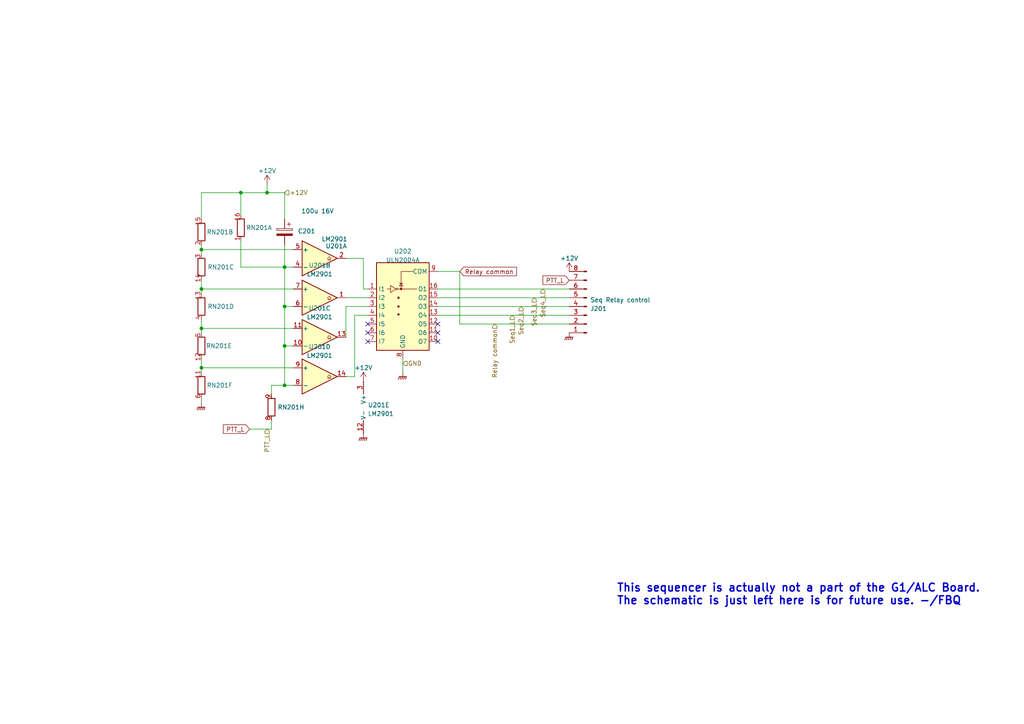
<source format=kicad_sch>
(kicad_sch (version 20231120) (generator "eeschema") (generator_version "8.0")
  (paper "A4")
  (lib_symbols
    (symbol "Comparator:LM2901" (pin_names (offset 0.127))
      (property "Reference" "U" (at 0 5.08 0))
      (property "Value" "LM2901" (at 0 -5.08 0))
      (symbol "LM2901_1_1"
        (polyline (pts (xy -5.08 5.08) (xy 5.08 0) (xy -5.08 -5.08) (xy -5.08 5.08)) (stroke (width 0.254)) (fill (type background)))
        (polyline (pts (xy 3.302 -0.508) (xy 2.794 -0.508) (xy 3.302 0) (xy 2.794 0.508) (xy 2.286 0) (xy 2.794 -0.508) (xy 2.286 -0.508)) (stroke (width 0.127)))
        (pin open_collector line (at 7.62 0 180) (length 2.54) (name "~") (number "2"))
        (pin input line (at -7.62 -2.54 0) (length 2.54) (name "-") (number "4"))
        (pin input line (at -7.62 2.54 0) (length 2.54) (name "+") (number "5"))
      )
      (symbol "LM2901_2_1"
        (polyline (pts (xy -5.08 5.08) (xy 5.08 0) (xy -5.08 -5.08) (xy -5.08 5.08)) (stroke (width 0.254)) (fill (type background)))
        (polyline (pts (xy 3.302 -0.508) (xy 2.794 -0.508) (xy 3.302 0) (xy 2.794 0.508) (xy 2.286 0) (xy 2.794 -0.508) (xy 2.286 -0.508)) (stroke (width 0.127)))
        (pin open_collector line (at 7.62 0 180) (length 2.54) (name "~") (number "1"))
        (pin input line (at -7.62 -2.54 0) (length 2.54) (name "-") (number "6"))
        (pin input line (at -7.62 2.54 0) (length 2.54) (name "+") (number "7"))
      )
      (symbol "LM2901_3_1"
        (polyline (pts (xy -5.08 5.08) (xy 5.08 0) (xy -5.08 -5.08) (xy -5.08 5.08)) (stroke (width 0.254)) (fill (type background)))
        (polyline (pts (xy 3.302 -0.508) (xy 2.794 -0.508) (xy 3.302 0) (xy 2.794 0.508) (xy 2.286 0) (xy 2.794 -0.508) (xy 2.286 -0.508)) (stroke (width 0.127)))
        (pin input line (at -7.62 -2.54 0) (length 2.54) (name "-") (number "10"))
        (pin input line (at -7.62 2.54 0) (length 2.54) (name "+") (number "11"))
        (pin open_collector line (at 7.62 0 180) (length 2.54) (name "~") (number "13"))
      )
      (symbol "LM2901_4_1"
        (polyline (pts (xy -5.08 5.08) (xy 5.08 0) (xy -5.08 -5.08) (xy -5.08 5.08)) (stroke (width 0.254)) (fill (type background)))
        (polyline (pts (xy 3.302 -0.508) (xy 2.794 -0.508) (xy 3.302 0) (xy 2.794 0.508) (xy 2.286 0) (xy 2.794 -0.508) (xy 2.286 -0.508)) (stroke (width 0.127)))
        (pin open_collector line (at 7.62 0 180) (length 2.54) (name "~") (number "14"))
        (pin input line (at -7.62 -2.54 0) (length 2.54) (name "-") (number "8"))
        (pin input line (at -7.62 2.54 0) (length 2.54) (name "+") (number "9"))
      )
      (symbol "LM2901_5_1"
        (pin power_in line (at -2.54 -7.62 90) (length 3.81) (name "V-") (number "12"))
        (pin power_in line (at -2.54 7.62 270) (length 3.81) (name "V+") (number "3"))
      )
    )
    (symbol "Connector:Conn_01x08_Pin" (pin_names (offset 1.016) hide)
      (property "Reference" "J" (at 0 10.16 0))
      (property "Value" "Conn_01x08_Pin" (at 0 -12.7 0))
      (symbol "Conn_01x08_Pin_1_1"
        (polyline (pts (xy 1.27 -10.16) (xy 0.8636 -10.16)) (stroke (width 0.1524)))
        (polyline (pts (xy 1.27 -7.62) (xy 0.8636 -7.62)) (stroke (width 0.1524)))
        (polyline (pts (xy 1.27 -5.08) (xy 0.8636 -5.08)) (stroke (width 0.1524)))
        (polyline (pts (xy 1.27 -2.54) (xy 0.8636 -2.54)) (stroke (width 0.1524)))
        (polyline (pts (xy 1.27 0) (xy 0.8636 0)) (stroke (width 0.1524)))
        (polyline (pts (xy 1.27 2.54) (xy 0.8636 2.54)) (stroke (width 0.1524)))
        (polyline (pts (xy 1.27 5.08) (xy 0.8636 5.08)) (stroke (width 0.1524)))
        (polyline (pts (xy 1.27 7.62) (xy 0.8636 7.62)) (stroke (width 0.1524)))
        (rectangle (start 0.8636 -10.033) (end 0 -10.287) (stroke (width 0.1524)) (fill (type outline)))
        (rectangle (start 0.8636 -7.493) (end 0 -7.747) (stroke (width 0.1524)) (fill (type outline)))
        (rectangle (start 0.8636 -4.953) (end 0 -5.207) (stroke (width 0.1524)) (fill (type outline)))
        (rectangle (start 0.8636 -2.413) (end 0 -2.667) (stroke (width 0.1524)) (fill (type outline)))
        (rectangle (start 0.8636 0.127) (end 0 -0.127) (stroke (width 0.1524)) (fill (type outline)))
        (rectangle (start 0.8636 2.667) (end 0 2.413) (stroke (width 0.1524)) (fill (type outline)))
        (rectangle (start 0.8636 5.207) (end 0 4.953) (stroke (width 0.1524)) (fill (type outline)))
        (rectangle (start 0.8636 7.747) (end 0 7.493) (stroke (width 0.1524)) (fill (type outline)))
        (pin passive line (at 5.08 7.62 180) (length 3.81) (name "Pin_1") (number "1"))
        (pin passive line (at 5.08 5.08 180) (length 3.81) (name "Pin_2") (number "2"))
        (pin passive line (at 5.08 2.54 180) (length 3.81) (name "Pin_3") (number "3"))
        (pin passive line (at 5.08 0 180) (length 3.81) (name "Pin_4") (number "4"))
        (pin passive line (at 5.08 -2.54 180) (length 3.81) (name "Pin_5") (number "5"))
        (pin passive line (at 5.08 -5.08 180) (length 3.81) (name "Pin_6") (number "6"))
        (pin passive line (at 5.08 -7.62 180) (length 3.81) (name "Pin_7") (number "7"))
        (pin passive line (at 5.08 -10.16 180) (length 3.81) (name "Pin_8") (number "8"))
      )
    )
    (symbol "Device:C_Polarized" (pin_numbers hide) (pin_names (offset 0.254))
      (property "Reference" "C" (at 0.635 2.54 0))
      (property "Value" "C_Polarized" (at 0.635 -2.54 0))
      (symbol "C_Polarized_0_1"
        (rectangle (start -2.286 0.508) (end 2.286 1.016))
        (polyline (pts (xy -1.778 2.286) (xy -0.762 2.286)))
        (polyline (pts (xy -1.27 2.794) (xy -1.27 1.778)))
        (rectangle (start 2.286 -0.508) (end -2.286 -1.016) (fill (type outline)))
      )
      (symbol "C_Polarized_1_1"
        (pin passive line (at 0 3.81 270) (length 2.794) (name "~") (number "1"))
        (pin passive line (at 0 -3.81 90) (length 2.794) (name "~") (number "2"))
      )
    )
    (symbol "Device:R_Pack08_Split" (pin_names (offset 0) hide)
      (property "Reference" "RN" (at 2.032 0 90))
      (property "Value" "R_Pack08_Split" (at 0 0 90))
      (symbol "R_Pack08_Split_0_1"
        (rectangle (start 1.016 2.54) (end -1.016 -2.54) (stroke (width 0.254)))
      )
      (symbol "R_Pack08_Split_1_1"
        (pin passive line (at 0 -3.81 90) (length 1.27) (name "R1.1") (number "1"))
        (pin passive line (at 0 3.81 270) (length 1.27) (name "R1.2") (number "16"))
      )
      (symbol "R_Pack08_Split_2_1"
        (pin passive line (at 0 3.81 270) (length 1.27) (name "R2.2") (number "15"))
        (pin passive line (at 0 -3.81 90) (length 1.27) (name "R2.1") (number "2"))
      )
      (symbol "R_Pack08_Split_3_1"
        (pin passive line (at 0 3.81 270) (length 1.27) (name "R3.2") (number "14"))
        (pin passive line (at 0 -3.81 90) (length 1.27) (name "R3.1") (number "3"))
      )
      (symbol "R_Pack08_Split_4_1"
        (pin passive line (at 0 3.81 270) (length 1.27) (name "R4.2") (number "13"))
        (pin passive line (at 0 -3.81 90) (length 1.27) (name "R4.1") (number "4"))
      )
      (symbol "R_Pack08_Split_5_1"
        (pin passive line (at 0 3.81 270) (length 1.27) (name "R5.2") (number "12"))
        (pin passive line (at 0 -3.81 90) (length 1.27) (name "R5.1") (number "5"))
      )
      (symbol "R_Pack08_Split_6_1"
        (pin passive line (at 0 3.81 270) (length 1.27) (name "R6.2") (number "11"))
        (pin passive line (at 0 -3.81 90) (length 1.27) (name "R6.1") (number "6"))
      )
      (symbol "R_Pack08_Split_7_1"
        (pin passive line (at 0 3.81 270) (length 1.27) (name "R7.2") (number "10"))
        (pin passive line (at 0 -3.81 90) (length 1.27) (name "R7.1") (number "7"))
      )
      (symbol "R_Pack08_Split_8_1"
        (pin passive line (at 0 -3.81 90) (length 1.27) (name "R8.1") (number "8"))
        (pin passive line (at 0 3.81 270) (length 1.27) (name "R8.2") (number "9"))
      )
    )
    (symbol "Transistor_Array:ULN2004A"
      (property "Reference" "U" (at 0 15.875 0))
      (property "Value" "ULN2004A" (at 0 13.97 0))
      (symbol "ULN2004A_0_1"
        (rectangle (start -7.62 -12.7) (end 7.62 12.7) (stroke (width 0.254)) (fill (type background)))
        (circle (center -1.778 5.08) (radius 0.254))
        (circle (center -1.27 -2.286) (radius 0.254) (fill (type outline)))
        (circle (center -1.27 0) (radius 0.254) (fill (type outline)))
        (circle (center -1.27 2.54) (radius 0.254) (fill (type outline)))
        (circle (center -0.508 5.08) (radius 0.254) (fill (type outline)))
        (polyline (pts (xy -4.572 5.08) (xy -3.556 5.08)))
        (polyline (pts (xy -1.524 5.08) (xy 4.064 5.08)))
        (polyline (pts (xy 0 6.731) (xy -1.016 6.731)))
        (polyline (pts (xy -0.508 5.08) (xy -0.508 10.16) (xy 2.921 10.16)))
        (polyline (pts (xy -3.556 6.096) (xy -3.556 4.064) (xy -2.032 5.08) (xy -3.556 6.096)))
        (polyline (pts (xy 0 5.969) (xy -1.016 5.969) (xy -0.508 6.731) (xy 0 5.969)))
      )
      (symbol "ULN2004A_1_1"
        (pin input line (at -10.16 5.08 0) (length 2.54) (name "I1") (number "1"))
        (pin open_collector line (at 10.16 -10.16 180) (length 2.54) (name "O7") (number "10"))
        (pin open_collector line (at 10.16 -7.62 180) (length 2.54) (name "O6") (number "11"))
        (pin open_collector line (at 10.16 -5.08 180) (length 2.54) (name "O5") (number "12"))
        (pin open_collector line (at 10.16 -2.54 180) (length 2.54) (name "O4") (number "13"))
        (pin open_collector line (at 10.16 0 180) (length 2.54) (name "O3") (number "14"))
        (pin open_collector line (at 10.16 2.54 180) (length 2.54) (name "O2") (number "15"))
        (pin open_collector line (at 10.16 5.08 180) (length 2.54) (name "O1") (number "16"))
        (pin input line (at -10.16 2.54 0) (length 2.54) (name "I2") (number "2"))
        (pin input line (at -10.16 0 0) (length 2.54) (name "I3") (number "3"))
        (pin input line (at -10.16 -2.54 0) (length 2.54) (name "I4") (number "4"))
        (pin input line (at -10.16 -5.08 0) (length 2.54) (name "I5") (number "5"))
        (pin input line (at -10.16 -7.62 0) (length 2.54) (name "I6") (number "6"))
        (pin input line (at -10.16 -10.16 0) (length 2.54) (name "I7") (number "7"))
        (pin power_in line (at 0 -15.24 90) (length 2.54) (name "GND") (number "8"))
        (pin passive line (at 10.16 10.16 180) (length 2.54) (name "COM") (number "9"))
      )
    )
    (symbol "power:+12V" (power) (pin_names (offset 0))
      (property "Value" "+12V" (at 0 3.556 0))
      (symbol "+12V_0_1"
        (polyline (pts (xy -0.762 1.27) (xy 0 2.54)))
        (polyline (pts (xy 0 0) (xy 0 2.54)))
        (polyline (pts (xy 0 2.54) (xy 0.762 1.27)))
      )
      (symbol "+12V_1_1"
        (pin power_in line (at 0 0 90) (length 0) hide (name "+12V") (number "1"))
      )
    )
    (symbol "power:GNDPWR" (power) (pin_names (offset 0))
      (property "Value" "GNDPWR" (at 0 -3.302 0))
      (symbol "GNDPWR_0_1"
        (polyline (pts (xy 0 -1.27) (xy 0 0)))
        (polyline (pts (xy -1.016 -1.27) (xy -1.27 -2.032) (xy -1.27 -2.032)) (stroke (width 0.2032)))
        (polyline (pts (xy -0.508 -1.27) (xy -0.762 -2.032) (xy -0.762 -2.032)) (stroke (width 0.2032)))
        (polyline (pts (xy 0 -1.27) (xy -0.254 -2.032) (xy -0.254 -2.032)) (stroke (width 0.2032)))
        (polyline (pts (xy 0.508 -1.27) (xy 0.254 -2.032) (xy 0.254 -2.032)) (stroke (width 0.2032)))
        (polyline (pts (xy 1.016 -1.27) (xy -1.016 -1.27) (xy -1.016 -1.27)) (stroke (width 0.2032)))
        (polyline (pts (xy 1.016 -1.27) (xy 0.762 -2.032) (xy 0.762 -2.032) (xy 0.762 -2.032)) (stroke (width 0.2032)))
      )
      (symbol "GNDPWR_1_1"
        (pin power_in line (at 0 0 270) (length 0) hide (name "GNDPWR") (number "1"))
      )
    )
  )
  (junction (at 58.42 95.25))
  (junction (at 58.42 72.39))
  (junction (at 82.55 111.76))
  (junction (at 69.85 55.88))
  (junction (at 82.55 100.33))
  (junction (at 82.55 77.47))
  (junction (at 82.55 88.9))
  (junction (at 58.42 83.82))
  (junction (at 77.47 55.88))
  (junction (at 58.42 106.68))
  (no_connect (at 106.68 93.98))
  (no_connect (at 127 93.98))
  (no_connect (at 127 96.52))
  (no_connect (at 127 99.06))
  (no_connect (at 106.68 96.52))
  (no_connect (at 106.68 99.06))
  (wire (pts (xy 58.42 55.88) (xy 58.42 63.5)))
  (wire (pts (xy 102.87 91.44) (xy 106.68 91.44)))
  (wire (pts (xy 58.42 71.12) (xy 58.42 72.39)))
  (wire (pts (xy 72.39 124.46) (xy 78.74 124.46)))
  (wire (pts (xy 69.85 69.85) (xy 69.85 77.47)))
  (wire (pts (xy 78.74 124.46) (xy 78.74 121.92)))
  (wire (pts (xy 58.42 72.39) (xy 85.09 72.39)))
  (wire (pts (xy 69.85 55.88) (xy 77.47 55.88)))
  (wire (pts (xy 82.55 55.88) (xy 77.47 55.88)))
  (wire (pts (xy 82.55 88.9) (xy 82.55 100.33)))
  (wire (pts (xy 58.42 95.25) (xy 85.09 95.25)))
  (wire (pts (xy 78.74 111.76) (xy 82.55 111.76)))
  (wire (pts (xy 82.55 55.88) (xy 82.55 63.5)))
  (wire (pts (xy 133.35 78.74) (xy 133.35 93.98)))
  (wire (pts (xy 100.33 88.9) (xy 106.68 88.9)))
  (wire (pts (xy 82.55 77.47) (xy 82.55 88.9)))
  (wire (pts (xy 58.42 106.68) (xy 58.42 107.95)))
  (wire (pts (xy 82.55 88.9) (xy 85.09 88.9)))
  (wire (pts (xy 58.42 104.14) (xy 58.42 106.68)))
  (wire (pts (xy 127 78.74) (xy 133.35 78.74)))
  (wire (pts (xy 127 88.9) (xy 165.1 88.9)))
  (wire (pts (xy 58.42 83.82) (xy 58.42 85.09)))
  (wire (pts (xy 105.41 83.82) (xy 106.68 83.82)))
  (wire (pts (xy 100.33 86.36) (xy 106.68 86.36)))
  (wire (pts (xy 127 86.36) (xy 165.1 86.36)))
  (wire (pts (xy 58.42 55.88) (xy 69.85 55.88)))
  (wire (pts (xy 58.42 72.39) (xy 58.42 73.66)))
  (wire (pts (xy 127 91.44) (xy 165.1 91.44)))
  (wire (pts (xy 102.87 109.22) (xy 102.87 91.44)))
  (wire (pts (xy 58.42 92.71) (xy 58.42 95.25)))
  (wire (pts (xy 78.74 114.3) (xy 78.74 111.76)))
  (wire (pts (xy 82.55 111.76) (xy 85.09 111.76)))
  (wire (pts (xy 105.41 74.93) (xy 105.41 83.82)))
  (wire (pts (xy 82.55 100.33) (xy 82.55 111.76)))
  (wire (pts (xy 100.33 109.22) (xy 102.87 109.22)))
  (wire (pts (xy 69.85 77.47) (xy 82.55 77.47)))
  (wire (pts (xy 58.42 106.68) (xy 85.09 106.68)))
  (wire (pts (xy 127 83.82) (xy 165.1 83.82)))
  (wire (pts (xy 100.33 97.79) (xy 100.33 88.9)))
  (wire (pts (xy 58.42 115.57) (xy 58.42 116.84)))
  (wire (pts (xy 69.85 62.23) (xy 69.85 55.88)))
  (wire (pts (xy 82.55 100.33) (xy 85.09 100.33)))
  (wire (pts (xy 82.55 71.12) (xy 82.55 77.47)))
  (wire (pts (xy 58.42 83.82) (xy 85.09 83.82)))
  (wire (pts (xy 133.35 93.98) (xy 165.1 93.98)))
  (wire (pts (xy 58.42 95.25) (xy 58.42 96.52)))
  (wire (pts (xy 58.42 81.28) (xy 58.42 83.82)))
  (wire (pts (xy 100.33 74.93) (xy 105.41 74.93)))
  (wire (pts (xy 77.47 53.34) (xy 77.47 55.88)))
  (wire (pts (xy 116.84 107.95) (xy 116.84 104.14)))
  (wire (pts (xy 82.55 77.47) (xy 85.09 77.47)))
  (text "This sequencer is actually not a part of the G1/ALC Board.\nThe schematic is just left here is for future use. -/FBQ" (at 178.816 172.466 0) (effects (font (size 2.286 2.286) (thickness 0.4064) (bold yes)) (justify left)))
  (global_label "Relay common" (shape input) (at 133.35 78.74 0) (property "Intersheetrefs" "${INTERSHEET_REFS}" (effects (hide yes))))
  (global_label "PTT_L" (shape input) (at 165.1 81.28 180) (property "Intersheetrefs" "${INTERSHEET_REFS}" (effects (hide yes))))
  (global_label "PTT_L" (shape input) (at 72.39 124.46 180) (property "Intersheetrefs" "${INTERSHEET_REFS}" (effects (hide yes))))
  (hierarchical_label "PTT_L" (shape input) (at 77.47 124.46 270))
  (hierarchical_label "Seq3_L" (shape input) (at 154.94 86.36 270))
  (hierarchical_label "+12V" (shape input) (at 82.55 55.88 0))
  (hierarchical_label "Relay common" (shape input) (at 143.51 93.98 270))
  (hierarchical_label "GND" (shape input) (at 116.84 105.41 0))
  (hierarchical_label "Seq2_L" (shape input) (at 151.13 88.9 270))
  (hierarchical_label "Seq4_L" (shape input) (at 157.48 83.82 270))
  (hierarchical_label "Seq1_L" (shape input) (at 148.59 91.44 270))
  (symbol (lib_id "Device:R_Pack08_Split") (at 78.74 118.11 0) (unit 8) (on_board no)
    (property "Reference" "RN201" (at 80.518 118.11 0) (effects (justify left)))
    (property "Value" "R_Pack08_Split" (effects (hide yes)))
    (property "Footprint" "Package_SO:SO-16_5.3x10.2mm_P1.27mm" (effects (hide yes)))
  )
  (symbol (lib_id "Comparator:LM2901") (at 92.71 109.22 0) (unit 4) (on_board no)
    (property "Reference" "U201" (at 92.71 100.584 0))
    (property "Value" "LM2901" (at 92.71 103.124 0))
    (property "Footprint" "Package_SO:SO-14_5.3x10.2mm_P1.27mm" (effects (hide yes)))
    (property "Datasheet" "https://www.st.com/resource/en/datasheet/lm2901.pdf" (effects (hide yes)))
    (property "Supplier" "DigiKey" (effects (hide yes)))
    (property "Order #" "31-LM2901QS14-13CT-ND" (effects (hide yes)))
  )
  (symbol (lib_id "power:GNDPWR") (at 58.42 116.84 0) (unit 1)
    (property "Reference" "#PWR0203" (effects (hide yes)))
    (property "Value" "GNDPWR" (effects (hide yes)))
  )
  (symbol (lib_id "power:+12V") (at 105.41 110.49 0) (unit 1)
    (property "Reference" "#PWR0204" (effects (hide yes)))
    (property "Value" "+12V" (at 105.41 106.68 0))
  )
  (symbol (lib_id "power:GNDPWR") (at 105.41 125.73 0) (unit 1)
    (property "Reference" "#PWR0205" (effects (hide yes)))
    (property "Value" "GNDPWR" (effects (hide yes)))
  )
  (symbol (lib_id "power:+12V") (at 165.1 78.74 0) (unit 1)
    (property "Reference" "#PWR0207" (effects (hide yes)))
    (property "Value" "+12V" (at 165.1 74.93 0))
  )
  (symbol (lib_id "power:+12V") (at 77.47 53.34 0) (unit 1)
    (property "Reference" "#PWR0155" (effects (hide yes)))
    (property "Value" "+12V" (at 77.47 49.53 0))
    (instances (project "PA-PS" (path "" (reference "#PWR0155") (unit 1))) (project "G1-ALC" (path "" (reference "#PWR0201") (unit 1))))
  )
  (symbol (lib_id "Transistor_Array:ULN2004A") (at 116.84 88.9 0) (unit 1) (on_board no)
    (property "Reference" "U202" (at 116.84 72.898 0))
    (property "Value" "ULN2004A" (at 116.84 75.438 0))
    (property "Footprint" "Package_SO:SO-16_3.9x9.9mm_P1.27mm" (effects (hide yes)))
    (property "Datasheet" "http://www.ti.com/lit/ds/symlink/uln2003a.pdf" (effects (hide yes)))
    (property "Supplier" "DigiKey" (effects (hide yes)))
    (property "Order #" "296-15067-1-ND " (effects (hide yes)))
  )
  (symbol (lib_id "Device:R_Pack08_Split") (at 58.42 111.76 0) (unit 6) (on_board no)
    (property "Reference" "RN201" (at 59.944 111.76 0) (effects (justify left)))
    (property "Value" "R_Pack08_Split" (effects (hide yes)))
    (property "Footprint" "Package_SO:SO-16_5.3x10.2mm_P1.27mm" (effects (hide yes)))
  )
  (symbol (lib_id "power:GNDPWR") (at 165.1 96.52 0) (unit 1)
    (property "Reference" "#PWR0206" (effects (hide yes)))
    (property "Value" "GNDPWR" (effects (hide yes)))
  )
  (symbol (lib_id "Comparator:LM2901") (at 92.71 74.93 0) (unit 1) (on_board no)
    (property "Reference" "U201" (at 97.536 71.374 0))
    (property "Value" "LM2901" (at 97.028 69.342 0))
    (property "Footprint" "Package_SO:SO-14_5.3x10.2mm_P1.27mm" (effects (hide yes)))
    (property "Datasheet" "https://www.st.com/resource/en/datasheet/lm2901.pdf" (effects (hide yes)))
    (property "Supplier" "DigiKey" (effects (hide yes)))
    (property "Order #" "31-LM2901QS14-13CT-ND" (effects (hide yes)))
  )
  (symbol (lib_id "Comparator:LM2901") (at 92.71 97.79 0) (unit 3) (on_board no)
    (property "Reference" "U201" (at 92.71 89.408 0))
    (property "Value" "LM2901" (at 92.71 91.948 0))
    (property "Footprint" "Package_SO:SO-14_5.3x10.2mm_P1.27mm" (effects (hide yes)))
    (property "Datasheet" "https://www.st.com/resource/en/datasheet/lm2901.pdf" (effects (hide yes)))
    (property "Supplier" "DigiKey" (effects (hide yes)))
    (property "Order #" "31-LM2901QS14-13CT-ND" (effects (hide yes)))
  )
  (symbol (lib_id "Device:C_Polarized") (at 82.55 67.31 0) (mirror y) (unit 1) (on_board no)
    (property "Reference" "C201" (at 86.36 67.056 0) (effects (justify right)))
    (property "Value" "100u 16V" (at 87.376 61.214 0) (effects (justify right)))
    (property "Footprint" "Capacitor_SMD:CP_Elec_6.3x5.7" (effects (hide yes)))
    (property "Supplier" "Electrokit" (effects (hide yes)))
    (property "Order #" "41013566" (effects (hide yes)))
  )
  (symbol (lib_id "power:GNDPWR") (at 116.84 107.95 0) (unit 1)
    (property "Reference" "#PWR0202" (effects (hide yes)))
    (property "Value" "GNDPWR" (effects (hide yes)))
  )
  (symbol (lib_id "Device:R_Pack08_Split") (at 58.42 77.47 180) (unit 3) (on_board no)
    (property "Reference" "RN201" (at 60.198 77.47 0) (effects (justify right)))
    (property "Value" "R_Pack08_Split" (effects (hide yes)))
    (property "Footprint" "Package_SO:SO-16_5.3x10.2mm_P1.27mm" (effects (hide yes)))
  )
  (symbol (lib_id "Device:R_Pack08_Split") (at 69.85 66.04 0) (unit 1) (on_board no)
    (property "Reference" "RN201" (at 71.374 66.04 0) (effects (justify left)))
    (property "Value" "R_Pack08_Split" (effects (hide yes)))
    (property "Footprint" "Package_SO:SO-16_5.3x10.2mm_P1.27mm" (effects (hide yes)))
  )
  (symbol (lib_id "Comparator:LM2901") (at 92.71 86.36 0) (unit 2) (on_board no)
    (property "Reference" "U201" (at 92.71 76.962 0))
    (property "Value" "LM2901" (at 92.71 79.502 0))
    (property "Footprint" "Package_SO:SO-14_5.3x10.2mm_P1.27mm" (effects (hide yes)))
    (property "Datasheet" "https://www.st.com/resource/en/datasheet/lm2901.pdf" (effects (hide yes)))
    (property "Supplier" "DigiKey" (effects (hide yes)))
    (property "Order #" "31-LM2901QS14-13CT-ND" (effects (hide yes)))
  )
  (symbol (lib_id "Comparator:LM2901") (at 107.95 118.11 0) (unit 5) (on_board no)
    (property "Reference" "U201" (at 106.68 117.475 0) (effects (justify left)))
    (property "Value" "LM2901" (at 106.68 120.015 0) (effects (justify left)))
    (property "Footprint" "Package_SO:SO-14_5.3x10.2mm_P1.27mm" (effects (hide yes)))
    (property "Datasheet" "https://www.st.com/resource/en/datasheet/lm2901.pdf" (effects (hide yes)))
    (property "Supplier" "DigiKey" (effects (hide yes)))
    (property "Order #" "31-LM2901QS14-13CT-ND" (effects (hide yes)))
  )
  (symbol (lib_id "Device:R_Pack08_Split") (at 58.42 100.33 180) (unit 5) (on_board no)
    (property "Reference" "RN201" (at 67.31 100.33 0) (effects (justify left)))
    (property "Value" "R_Pack08_Split" (effects (hide yes)))
    (property "Footprint" "Package_SO:SO-16_5.3x10.2mm_P1.27mm" (effects (hide yes)))
  )
  (symbol (lib_id "Device:R_Pack08_Split") (at 58.42 88.9 0) (unit 4) (on_board no)
    (property "Reference" "RN201" (at 60.198 88.9 0) (effects (justify left)))
    (property "Value" "R_Pack08_Split" (effects (hide yes)))
    (property "Footprint" "Package_SO:SO-16_5.3x10.2mm_P1.27mm" (effects (hide yes)))
  )
  (symbol (lib_id "Connector:Conn_01x08_Pin") (at 170.18 88.9 180) (unit 1) (on_board no)
    (property "Reference" "J201" (at 171.196 89.535 0) (effects (justify right)))
    (property "Value" "Seq Relay control" (at 171.196 86.995 0) (effects (justify right)))
    (property "Footprint" "Connector_Phoenix_MSTB:PhoenixContact_MSTBVA_2,5_9-G-5,08_1x09_P5.08mm_Vertical" (effects (hide yes)))
    (property "Supplier" "Electrokit" (effects (hide yes)))
    (property "Order #" "40210033" (effects (hide yes)))
  )
  (symbol (lib_id "Device:R_Pack08_Split") (at 58.42 67.31 0) (unit 2) (on_board no)
    (property "Reference" "RN201" (at 59.944 67.31 0) (effects (justify left)))
    (property "Value" "R_Pack08_Split" (effects (hide yes)))
    (property "Footprint" "Package_SO:SO-16_5.3x10.2mm_P1.27mm" (effects (hide yes)))
  )
)
</source>
